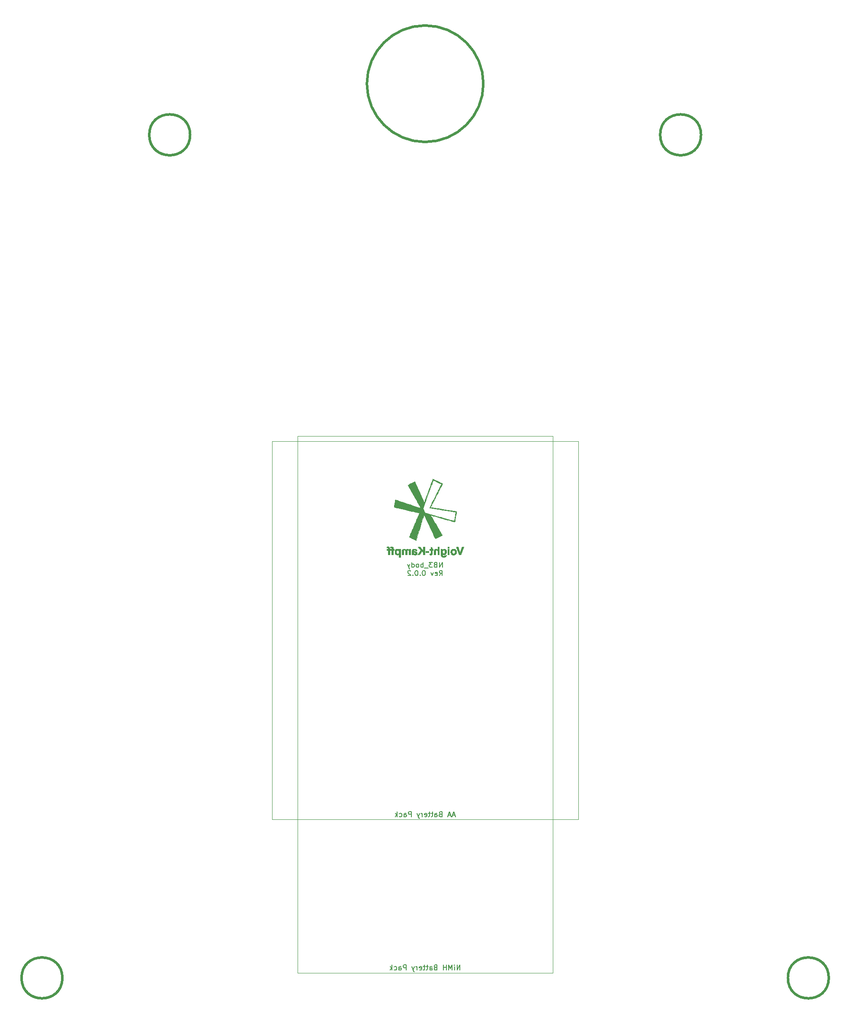
<source format=gbo>
G04 #@! TF.GenerationSoftware,KiCad,Pcbnew,(6.0.7)*
G04 #@! TF.CreationDate,2022-08-02T15:10:55+01:00*
G04 #@! TF.ProjectId,NB3_body,4e42335f-626f-4647-992e-6b696361645f,0.0.2*
G04 #@! TF.SameCoordinates,PX76bb820PYd4ab5c0*
G04 #@! TF.FileFunction,Legend,Bot*
G04 #@! TF.FilePolarity,Positive*
%FSLAX46Y46*%
G04 Gerber Fmt 4.6, Leading zero omitted, Abs format (unit mm)*
G04 Created by KiCad (PCBNEW (6.0.7)) date 2022-08-02 15:10:55*
%MOMM*%
%LPD*%
G01*
G04 APERTURE LIST*
%ADD10C,0.500000*%
%ADD11C,0.120000*%
%ADD12C,0.150000*%
%ADD13C,0.010000*%
G04 APERTURE END LIST*
D10*
X79000000Y10000000D02*
G75*
G03*
X79000000Y10000000I-4000000J0D01*
G01*
X-46000000Y175000000D02*
G75*
G03*
X-46000000Y175000000I-4000000J0D01*
G01*
X11400000Y185000000D02*
G75*
G03*
X11400000Y185000000I-11400000J0D01*
G01*
X-71000000Y10000000D02*
G75*
G03*
X-71000000Y10000000I-4000000J0D01*
G01*
D11*
X30000000Y115000000D02*
X-30000000Y115000000D01*
X-30000000Y115000000D02*
X-30000000Y41000000D01*
X-30000000Y41000000D02*
X30000000Y41000000D01*
X30000000Y41000000D02*
X30000000Y115000000D01*
D10*
X54000000Y175000000D02*
G75*
G03*
X54000000Y175000000I-4000000J0D01*
G01*
D11*
X25000000Y116000000D02*
X-25000000Y116000000D01*
X-25000000Y116000000D02*
X-25000000Y11000000D01*
X-25000000Y11000000D02*
X25000000Y11000000D01*
X25000000Y11000000D02*
X25000000Y116000000D01*
D12*
X5857142Y41833334D02*
X5380952Y41833334D01*
X5952380Y41547620D02*
X5619047Y42547620D01*
X5285714Y41547620D01*
X5000000Y41833334D02*
X4523809Y41833334D01*
X5095238Y41547620D02*
X4761904Y42547620D01*
X4428571Y41547620D01*
X3000000Y42071429D02*
X2857142Y42023810D01*
X2809523Y41976191D01*
X2761904Y41880953D01*
X2761904Y41738096D01*
X2809523Y41642858D01*
X2857142Y41595239D01*
X2952380Y41547620D01*
X3333333Y41547620D01*
X3333333Y42547620D01*
X3000000Y42547620D01*
X2904761Y42500000D01*
X2857142Y42452381D01*
X2809523Y42357143D01*
X2809523Y42261905D01*
X2857142Y42166667D01*
X2904761Y42119048D01*
X3000000Y42071429D01*
X3333333Y42071429D01*
X1904761Y41547620D02*
X1904761Y42071429D01*
X1952380Y42166667D01*
X2047619Y42214286D01*
X2238095Y42214286D01*
X2333333Y42166667D01*
X1904761Y41595239D02*
X2000000Y41547620D01*
X2238095Y41547620D01*
X2333333Y41595239D01*
X2380952Y41690477D01*
X2380952Y41785715D01*
X2333333Y41880953D01*
X2238095Y41928572D01*
X2000000Y41928572D01*
X1904761Y41976191D01*
X1571428Y42214286D02*
X1190476Y42214286D01*
X1428571Y42547620D02*
X1428571Y41690477D01*
X1380952Y41595239D01*
X1285714Y41547620D01*
X1190476Y41547620D01*
X1000000Y42214286D02*
X619047Y42214286D01*
X857142Y42547620D02*
X857142Y41690477D01*
X809523Y41595239D01*
X714285Y41547620D01*
X619047Y41547620D01*
X-95239Y41595239D02*
X0Y41547620D01*
X190476Y41547620D01*
X285714Y41595239D01*
X333333Y41690477D01*
X333333Y42071429D01*
X285714Y42166667D01*
X190476Y42214286D01*
X0Y42214286D01*
X-95239Y42166667D01*
X-142858Y42071429D01*
X-142858Y41976191D01*
X333333Y41880953D01*
X-571429Y41547620D02*
X-571429Y42214286D01*
X-571429Y42023810D02*
X-619048Y42119048D01*
X-666667Y42166667D01*
X-761905Y42214286D01*
X-857143Y42214286D01*
X-1095239Y42214286D02*
X-1333334Y41547620D01*
X-1571429Y42214286D02*
X-1333334Y41547620D01*
X-1238096Y41309524D01*
X-1190477Y41261905D01*
X-1095239Y41214286D01*
X-2714286Y41547620D02*
X-2714286Y42547620D01*
X-3095239Y42547620D01*
X-3190477Y42500000D01*
X-3238096Y42452381D01*
X-3285715Y42357143D01*
X-3285715Y42214286D01*
X-3238096Y42119048D01*
X-3190477Y42071429D01*
X-3095239Y42023810D01*
X-2714286Y42023810D01*
X-4142858Y41547620D02*
X-4142858Y42071429D01*
X-4095239Y42166667D01*
X-4000000Y42214286D01*
X-3809524Y42214286D01*
X-3714286Y42166667D01*
X-4142858Y41595239D02*
X-4047620Y41547620D01*
X-3809524Y41547620D01*
X-3714286Y41595239D01*
X-3666667Y41690477D01*
X-3666667Y41785715D01*
X-3714286Y41880953D01*
X-3809524Y41928572D01*
X-4047620Y41928572D01*
X-4142858Y41976191D01*
X-5047620Y41595239D02*
X-4952381Y41547620D01*
X-4761905Y41547620D01*
X-4666667Y41595239D01*
X-4619048Y41642858D01*
X-4571429Y41738096D01*
X-4571429Y42023810D01*
X-4619048Y42119048D01*
X-4666667Y42166667D01*
X-4761905Y42214286D01*
X-4952381Y42214286D01*
X-5047620Y42166667D01*
X-5476191Y41547620D02*
X-5476191Y42547620D01*
X-5571429Y41928572D02*
X-5857143Y41547620D01*
X-5857143Y42214286D02*
X-5476191Y41833334D01*
X3380952Y90352620D02*
X3380952Y91352620D01*
X2809523Y90352620D01*
X2809523Y91352620D01*
X2000000Y90876429D02*
X1857142Y90828810D01*
X1809523Y90781191D01*
X1761904Y90685953D01*
X1761904Y90543096D01*
X1809523Y90447858D01*
X1857142Y90400239D01*
X1952380Y90352620D01*
X2333333Y90352620D01*
X2333333Y91352620D01*
X2000000Y91352620D01*
X1904761Y91305000D01*
X1857142Y91257381D01*
X1809523Y91162143D01*
X1809523Y91066905D01*
X1857142Y90971667D01*
X1904761Y90924048D01*
X2000000Y90876429D01*
X2333333Y90876429D01*
X1428571Y91352620D02*
X809523Y91352620D01*
X1142857Y90971667D01*
X1000000Y90971667D01*
X904761Y90924048D01*
X857142Y90876429D01*
X809523Y90781191D01*
X809523Y90543096D01*
X857142Y90447858D01*
X904761Y90400239D01*
X1000000Y90352620D01*
X1285714Y90352620D01*
X1380952Y90400239D01*
X1428571Y90447858D01*
X619047Y90257381D02*
X-142858Y90257381D01*
X-380953Y90352620D02*
X-380953Y91352620D01*
X-380953Y90971667D02*
X-476191Y91019286D01*
X-666667Y91019286D01*
X-761905Y90971667D01*
X-809524Y90924048D01*
X-857143Y90828810D01*
X-857143Y90543096D01*
X-809524Y90447858D01*
X-761905Y90400239D01*
X-666667Y90352620D01*
X-476191Y90352620D01*
X-380953Y90400239D01*
X-1428572Y90352620D02*
X-1333334Y90400239D01*
X-1285715Y90447858D01*
X-1238096Y90543096D01*
X-1238096Y90828810D01*
X-1285715Y90924048D01*
X-1333334Y90971667D01*
X-1428572Y91019286D01*
X-1571429Y91019286D01*
X-1666667Y90971667D01*
X-1714286Y90924048D01*
X-1761905Y90828810D01*
X-1761905Y90543096D01*
X-1714286Y90447858D01*
X-1666667Y90400239D01*
X-1571429Y90352620D01*
X-1428572Y90352620D01*
X-2619048Y90352620D02*
X-2619048Y91352620D01*
X-2619048Y90400239D02*
X-2523810Y90352620D01*
X-2333334Y90352620D01*
X-2238096Y90400239D01*
X-2190477Y90447858D01*
X-2142858Y90543096D01*
X-2142858Y90828810D01*
X-2190477Y90924048D01*
X-2238096Y90971667D01*
X-2333334Y91019286D01*
X-2523810Y91019286D01*
X-2619048Y90971667D01*
X-3000000Y91019286D02*
X-3238096Y90352620D01*
X-3476191Y91019286D02*
X-3238096Y90352620D01*
X-3142858Y90114524D01*
X-3095239Y90066905D01*
X-3000000Y90019286D01*
X2785714Y88742620D02*
X3119047Y89218810D01*
X3357142Y88742620D02*
X3357142Y89742620D01*
X2976190Y89742620D01*
X2880952Y89695000D01*
X2833333Y89647381D01*
X2785714Y89552143D01*
X2785714Y89409286D01*
X2833333Y89314048D01*
X2880952Y89266429D01*
X2976190Y89218810D01*
X3357142Y89218810D01*
X1976190Y88790239D02*
X2071428Y88742620D01*
X2261904Y88742620D01*
X2357142Y88790239D01*
X2404761Y88885477D01*
X2404761Y89266429D01*
X2357142Y89361667D01*
X2261904Y89409286D01*
X2071428Y89409286D01*
X1976190Y89361667D01*
X1928571Y89266429D01*
X1928571Y89171191D01*
X2404761Y89075953D01*
X1595238Y89409286D02*
X1357142Y88742620D01*
X1119047Y89409286D01*
X-214286Y89742620D02*
X-309524Y89742620D01*
X-404762Y89695000D01*
X-452381Y89647381D01*
X-500000Y89552143D01*
X-547620Y89361667D01*
X-547620Y89123572D01*
X-500000Y88933096D01*
X-452381Y88837858D01*
X-404762Y88790239D01*
X-309524Y88742620D01*
X-214286Y88742620D01*
X-119048Y88790239D01*
X-71429Y88837858D01*
X-23810Y88933096D01*
X23809Y89123572D01*
X23809Y89361667D01*
X-23810Y89552143D01*
X-71429Y89647381D01*
X-119048Y89695000D01*
X-214286Y89742620D01*
X-976191Y88837858D02*
X-1023810Y88790239D01*
X-976191Y88742620D01*
X-928572Y88790239D01*
X-976191Y88837858D01*
X-976191Y88742620D01*
X-1642858Y89742620D02*
X-1738096Y89742620D01*
X-1833334Y89695000D01*
X-1880953Y89647381D01*
X-1928572Y89552143D01*
X-1976191Y89361667D01*
X-1976191Y89123572D01*
X-1928572Y88933096D01*
X-1880953Y88837858D01*
X-1833334Y88790239D01*
X-1738096Y88742620D01*
X-1642858Y88742620D01*
X-1547620Y88790239D01*
X-1500000Y88837858D01*
X-1452381Y88933096D01*
X-1404762Y89123572D01*
X-1404762Y89361667D01*
X-1452381Y89552143D01*
X-1500000Y89647381D01*
X-1547620Y89695000D01*
X-1642858Y89742620D01*
X-2404762Y88837858D02*
X-2452381Y88790239D01*
X-2404762Y88742620D01*
X-2357143Y88790239D01*
X-2404762Y88837858D01*
X-2404762Y88742620D01*
X-2833334Y89647381D02*
X-2880953Y89695000D01*
X-2976191Y89742620D01*
X-3214286Y89742620D01*
X-3309524Y89695000D01*
X-3357143Y89647381D01*
X-3404762Y89552143D01*
X-3404762Y89456905D01*
X-3357143Y89314048D01*
X-2785715Y88742620D01*
X-3404762Y88742620D01*
X6809523Y11547620D02*
X6809523Y12547620D01*
X6238095Y11547620D01*
X6238095Y12547620D01*
X5761904Y11547620D02*
X5761904Y12214286D01*
X5761904Y12547620D02*
X5809523Y12500000D01*
X5761904Y12452381D01*
X5714285Y12500000D01*
X5761904Y12547620D01*
X5761904Y12452381D01*
X5285714Y11547620D02*
X5285714Y12547620D01*
X4952380Y11833334D01*
X4619047Y12547620D01*
X4619047Y11547620D01*
X4142857Y11547620D02*
X4142857Y12547620D01*
X4142857Y12071429D02*
X3571428Y12071429D01*
X3571428Y11547620D02*
X3571428Y12547620D01*
X2000000Y12071429D02*
X1857142Y12023810D01*
X1809523Y11976191D01*
X1761904Y11880953D01*
X1761904Y11738096D01*
X1809523Y11642858D01*
X1857142Y11595239D01*
X1952380Y11547620D01*
X2333333Y11547620D01*
X2333333Y12547620D01*
X2000000Y12547620D01*
X1904761Y12500000D01*
X1857142Y12452381D01*
X1809523Y12357143D01*
X1809523Y12261905D01*
X1857142Y12166667D01*
X1904761Y12119048D01*
X2000000Y12071429D01*
X2333333Y12071429D01*
X904761Y11547620D02*
X904761Y12071429D01*
X952380Y12166667D01*
X1047619Y12214286D01*
X1238095Y12214286D01*
X1333333Y12166667D01*
X904761Y11595239D02*
X1000000Y11547620D01*
X1238095Y11547620D01*
X1333333Y11595239D01*
X1380952Y11690477D01*
X1380952Y11785715D01*
X1333333Y11880953D01*
X1238095Y11928572D01*
X1000000Y11928572D01*
X904761Y11976191D01*
X571428Y12214286D02*
X190476Y12214286D01*
X428571Y12547620D02*
X428571Y11690477D01*
X380952Y11595239D01*
X285714Y11547620D01*
X190476Y11547620D01*
X0Y12214286D02*
X-380953Y12214286D01*
X-142858Y12547620D02*
X-142858Y11690477D01*
X-190477Y11595239D01*
X-285715Y11547620D01*
X-380953Y11547620D01*
X-1095239Y11595239D02*
X-1000000Y11547620D01*
X-809524Y11547620D01*
X-714286Y11595239D01*
X-666667Y11690477D01*
X-666667Y12071429D01*
X-714286Y12166667D01*
X-809524Y12214286D01*
X-1000000Y12214286D01*
X-1095239Y12166667D01*
X-1142858Y12071429D01*
X-1142858Y11976191D01*
X-666667Y11880953D01*
X-1571429Y11547620D02*
X-1571429Y12214286D01*
X-1571429Y12023810D02*
X-1619048Y12119048D01*
X-1666667Y12166667D01*
X-1761905Y12214286D01*
X-1857143Y12214286D01*
X-2095239Y12214286D02*
X-2333334Y11547620D01*
X-2571429Y12214286D02*
X-2333334Y11547620D01*
X-2238096Y11309524D01*
X-2190477Y11261905D01*
X-2095239Y11214286D01*
X-3714286Y11547620D02*
X-3714286Y12547620D01*
X-4095239Y12547620D01*
X-4190477Y12500000D01*
X-4238096Y12452381D01*
X-4285715Y12357143D01*
X-4285715Y12214286D01*
X-4238096Y12119048D01*
X-4190477Y12071429D01*
X-4095239Y12023810D01*
X-3714286Y12023810D01*
X-5142858Y11547620D02*
X-5142858Y12071429D01*
X-5095239Y12166667D01*
X-5000000Y12214286D01*
X-4809524Y12214286D01*
X-4714286Y12166667D01*
X-5142858Y11595239D02*
X-5047620Y11547620D01*
X-4809524Y11547620D01*
X-4714286Y11595239D01*
X-4666667Y11690477D01*
X-4666667Y11785715D01*
X-4714286Y11880953D01*
X-4809524Y11928572D01*
X-5047620Y11928572D01*
X-5142858Y11976191D01*
X-6047620Y11595239D02*
X-5952381Y11547620D01*
X-5761905Y11547620D01*
X-5666667Y11595239D01*
X-5619048Y11642858D01*
X-5571429Y11738096D01*
X-5571429Y12023810D01*
X-5619048Y12119048D01*
X-5666667Y12166667D01*
X-5761905Y12214286D01*
X-5952381Y12214286D01*
X-6047620Y12166667D01*
X-6476191Y11547620D02*
X-6476191Y12547620D01*
X-6571429Y11928572D02*
X-6857143Y11547620D01*
X-6857143Y12214286D02*
X-6476191Y11833334D01*
G36*
X4712891Y92806641D02*
G01*
X4415235Y92806641D01*
X4415235Y93947656D01*
X4712891Y93947656D01*
X4712891Y92806641D01*
G37*
D13*
X4712891Y92806641D02*
X4415235Y92806641D01*
X4415235Y93947656D01*
X4712891Y93947656D01*
X4712891Y92806641D01*
G36*
X7383285Y94394132D02*
G01*
X7469338Y94392574D01*
X7516086Y94386542D01*
X7532857Y94373454D01*
X7528980Y94350732D01*
X7526973Y94345430D01*
X7510061Y94299247D01*
X7479314Y94214402D01*
X7436973Y94097115D01*
X7385282Y93953604D01*
X7326485Y93790091D01*
X7262824Y93612793D01*
X7244593Y93561993D01*
X7181739Y93386973D01*
X7124162Y93226842D01*
X7074156Y93087962D01*
X7034013Y92976695D01*
X7006024Y92899404D01*
X6992483Y92862451D01*
X6991908Y92860946D01*
X6975530Y92831792D01*
X6946530Y92815421D01*
X6892592Y92808236D01*
X6801400Y92806641D01*
X6631455Y92806641D01*
X6354243Y93581787D01*
X6308834Y93709028D01*
X6246159Y93885598D01*
X6190497Y94043527D01*
X6143803Y94177207D01*
X6108034Y94281030D01*
X6085145Y94349387D01*
X6077090Y94376670D01*
X6077095Y94376823D01*
X6100352Y94385671D01*
X6160139Y94390071D01*
X6243682Y94389073D01*
X6410215Y94381738D01*
X6601240Y93798828D01*
X6644264Y93669581D01*
X6693574Y93526783D01*
X6736648Y93407896D01*
X6771290Y93318763D01*
X6795302Y93265225D01*
X6806486Y93253125D01*
X6817716Y93284773D01*
X6842445Y93356259D01*
X6877637Y93458812D01*
X6920486Y93584256D01*
X6968188Y93724414D01*
X7010487Y93848781D01*
X7058758Y93990397D01*
X7101569Y94115666D01*
X7135429Y94214377D01*
X7156846Y94276318D01*
X7198023Y94394141D01*
X7371978Y94394141D01*
X7383285Y94394132D01*
G37*
X7383285Y94394132D02*
X7469338Y94392574D01*
X7516086Y94386542D01*
X7532857Y94373454D01*
X7528980Y94350732D01*
X7526973Y94345430D01*
X7510061Y94299247D01*
X7479314Y94214402D01*
X7436973Y94097115D01*
X7385282Y93953604D01*
X7326485Y93790091D01*
X7262824Y93612793D01*
X7244593Y93561993D01*
X7181739Y93386973D01*
X7124162Y93226842D01*
X7074156Y93087962D01*
X7034013Y92976695D01*
X7006024Y92899404D01*
X6992483Y92862451D01*
X6991908Y92860946D01*
X6975530Y92831792D01*
X6946530Y92815421D01*
X6892592Y92808236D01*
X6801400Y92806641D01*
X6631455Y92806641D01*
X6354243Y93581787D01*
X6308834Y93709028D01*
X6246159Y93885598D01*
X6190497Y94043527D01*
X6143803Y94177207D01*
X6108034Y94281030D01*
X6085145Y94349387D01*
X6077090Y94376670D01*
X6077095Y94376823D01*
X6100352Y94385671D01*
X6160139Y94390071D01*
X6243682Y94389073D01*
X6410215Y94381738D01*
X6601240Y93798828D01*
X6644264Y93669581D01*
X6693574Y93526783D01*
X6736648Y93407896D01*
X6771290Y93318763D01*
X6795302Y93265225D01*
X6806486Y93253125D01*
X6817716Y93284773D01*
X6842445Y93356259D01*
X6877637Y93458812D01*
X6920486Y93584256D01*
X6968188Y93724414D01*
X7010487Y93848781D01*
X7058758Y93990397D01*
X7101569Y94115666D01*
X7135429Y94214377D01*
X7156846Y94276318D01*
X7198023Y94394141D01*
X7371978Y94394141D01*
X7383285Y94394132D01*
G36*
X-5134570Y92360156D02*
G01*
X-5134570Y92645410D01*
X-5136140Y92751512D01*
X-5140786Y92844514D01*
X-5147768Y92907495D01*
X-5156337Y92930664D01*
X-5174193Y92923897D01*
X-5210341Y92891821D01*
X-5254508Y92850358D01*
X-5355241Y92801889D01*
X-5473526Y92785479D01*
X-5596909Y92800495D01*
X-5712930Y92846303D01*
X-5809134Y92922269D01*
X-5810806Y92924131D01*
X-5886840Y93043258D01*
X-5935277Y93194622D01*
X-5952580Y93367246D01*
X-5952553Y93380809D01*
X-5949362Y93414641D01*
X-5649171Y93414641D01*
X-5645651Y93286649D01*
X-5614158Y93169364D01*
X-5554639Y93077882D01*
X-5500519Y93043703D01*
X-5412666Y93028260D01*
X-5321616Y93043608D01*
X-5246787Y93089043D01*
X-5186677Y93176907D01*
X-5150367Y93296022D01*
X-5144261Y93425045D01*
X-5168967Y93548243D01*
X-5225093Y93649882D01*
X-5291099Y93702429D01*
X-5382206Y93728159D01*
X-5474662Y93716408D01*
X-5552518Y93666374D01*
X-5572514Y93642365D01*
X-5624774Y93538245D01*
X-5649171Y93414641D01*
X-5949362Y93414641D01*
X-5934872Y93568295D01*
X-5884133Y93719927D01*
X-5799421Y93837569D01*
X-5679824Y93923081D01*
X-5633705Y93943001D01*
X-5504662Y93968087D01*
X-5374612Y93955825D01*
X-5257076Y93908684D01*
X-5165576Y93829135D01*
X-5148362Y93810475D01*
X-5137159Y93818016D01*
X-5134570Y93868501D01*
X-5134570Y93947656D01*
X-4836914Y93947656D01*
X-4836914Y92360156D01*
X-5134570Y92360156D01*
G37*
X-5134570Y92360156D02*
X-5134570Y92645410D01*
X-5136140Y92751512D01*
X-5140786Y92844514D01*
X-5147768Y92907495D01*
X-5156337Y92930664D01*
X-5174193Y92923897D01*
X-5210341Y92891821D01*
X-5254508Y92850358D01*
X-5355241Y92801889D01*
X-5473526Y92785479D01*
X-5596909Y92800495D01*
X-5712930Y92846303D01*
X-5809134Y92922269D01*
X-5810806Y92924131D01*
X-5886840Y93043258D01*
X-5935277Y93194622D01*
X-5952580Y93367246D01*
X-5952553Y93380809D01*
X-5949362Y93414641D01*
X-5649171Y93414641D01*
X-5645651Y93286649D01*
X-5614158Y93169364D01*
X-5554639Y93077882D01*
X-5500519Y93043703D01*
X-5412666Y93028260D01*
X-5321616Y93043608D01*
X-5246787Y93089043D01*
X-5186677Y93176907D01*
X-5150367Y93296022D01*
X-5144261Y93425045D01*
X-5168967Y93548243D01*
X-5225093Y93649882D01*
X-5291099Y93702429D01*
X-5382206Y93728159D01*
X-5474662Y93716408D01*
X-5552518Y93666374D01*
X-5572514Y93642365D01*
X-5624774Y93538245D01*
X-5649171Y93414641D01*
X-5949362Y93414641D01*
X-5934872Y93568295D01*
X-5884133Y93719927D01*
X-5799421Y93837569D01*
X-5679824Y93923081D01*
X-5633705Y93943001D01*
X-5504662Y93968087D01*
X-5374612Y93955825D01*
X-5257076Y93908684D01*
X-5165576Y93829135D01*
X-5148362Y93810475D01*
X-5137159Y93818016D01*
X-5134570Y93868501D01*
X-5134570Y93947656D01*
X-4836914Y93947656D01*
X-4836914Y92360156D01*
X-5134570Y92360156D01*
G36*
X2753321Y92806641D02*
G01*
X2460023Y92806641D01*
X2451643Y93202998D01*
X2448652Y93337030D01*
X2445026Y93448413D01*
X2439791Y93526069D01*
X2431562Y93578402D01*
X2418953Y93613819D01*
X2400577Y93640724D01*
X2375049Y93667522D01*
X2365800Y93676494D01*
X2295511Y93722762D01*
X2208294Y93735689D01*
X2190482Y93735259D01*
X2123340Y93725942D01*
X2082342Y93708280D01*
X2062914Y93680264D01*
X2039240Y93608174D01*
X2022809Y93497832D01*
X2013144Y93345566D01*
X2009772Y93147705D01*
X2009180Y92806641D01*
X1707584Y92806641D01*
X1715755Y93259326D01*
X1719000Y93408825D01*
X1723704Y93540283D01*
X1730184Y93636629D01*
X1739198Y93705603D01*
X1751501Y93754944D01*
X1767851Y93792393D01*
X1784585Y93819797D01*
X1870400Y93906105D01*
X1981065Y93957347D01*
X2106999Y93972029D01*
X2238622Y93948657D01*
X2366353Y93885736D01*
X2455664Y93825128D01*
X2455664Y94394141D01*
X2753321Y94394141D01*
X2753321Y92806641D01*
G37*
X2753321Y92806641D02*
X2460023Y92806641D01*
X2451643Y93202998D01*
X2448652Y93337030D01*
X2445026Y93448413D01*
X2439791Y93526069D01*
X2431562Y93578402D01*
X2418953Y93613819D01*
X2400577Y93640724D01*
X2375049Y93667522D01*
X2365800Y93676494D01*
X2295511Y93722762D01*
X2208294Y93735689D01*
X2190482Y93735259D01*
X2123340Y93725942D01*
X2082342Y93708280D01*
X2062914Y93680264D01*
X2039240Y93608174D01*
X2022809Y93497832D01*
X2013144Y93345566D01*
X2009772Y93147705D01*
X2009180Y92806641D01*
X1707584Y92806641D01*
X1715755Y93259326D01*
X1719000Y93408825D01*
X1723704Y93540283D01*
X1730184Y93636629D01*
X1739198Y93705603D01*
X1751501Y93754944D01*
X1767851Y93792393D01*
X1784585Y93819797D01*
X1870400Y93906105D01*
X1981065Y93957347D01*
X2106999Y93972029D01*
X2238622Y93948657D01*
X2366353Y93885736D01*
X2455664Y93825128D01*
X2455664Y94394141D01*
X2753321Y94394141D01*
X2753321Y92806641D01*
G36*
X694532Y93228320D02*
G01*
X99219Y93228320D01*
X99219Y93525977D01*
X694532Y93525977D01*
X694532Y93228320D01*
G37*
X694532Y93228320D02*
X99219Y93228320D01*
X99219Y93525977D01*
X694532Y93525977D01*
X694532Y93228320D01*
G36*
X-3362709Y93942768D02*
G01*
X-3247640Y93887415D01*
X-3150195Y93822929D01*
X-3150195Y93885293D01*
X-3150191Y93887765D01*
X-3146602Y93921291D01*
X-3128370Y93939194D01*
X-3083842Y93946354D01*
X-3001367Y93947656D01*
X-2852539Y93947656D01*
X-2852539Y92806641D01*
X-3171661Y92806641D01*
X-3179531Y93215295D01*
X-3180486Y93263241D01*
X-3184037Y93403791D01*
X-3188613Y93504903D01*
X-3195211Y93574508D01*
X-3204827Y93620535D01*
X-3218457Y93650916D01*
X-3237097Y93673579D01*
X-3263163Y93696213D01*
X-3344757Y93735717D01*
X-3426925Y93738258D01*
X-3494877Y93702193D01*
X-3508051Y93687931D01*
X-3523577Y93663363D01*
X-3534341Y93628451D01*
X-3541207Y93575344D01*
X-3545041Y93496189D01*
X-3546707Y93383132D01*
X-3547070Y93228320D01*
X-3547070Y92806641D01*
X-3866192Y92806641D01*
X-3874063Y93215295D01*
X-3875017Y93263241D01*
X-3878568Y93403791D01*
X-3883144Y93504903D01*
X-3889743Y93574508D01*
X-3899359Y93620535D01*
X-3912989Y93650916D01*
X-3931629Y93673579D01*
X-3957694Y93696213D01*
X-4039288Y93735717D01*
X-4121456Y93738258D01*
X-4189408Y93702193D01*
X-4202582Y93687931D01*
X-4218109Y93663363D01*
X-4228872Y93628451D01*
X-4235739Y93575344D01*
X-4239572Y93496189D01*
X-4241238Y93383132D01*
X-4241601Y93228320D01*
X-4241601Y92806641D01*
X-4539257Y92806641D01*
X-4539165Y93271729D01*
X-4538941Y93394675D01*
X-4537614Y93529348D01*
X-4534452Y93627932D01*
X-4528733Y93698304D01*
X-4519735Y93748342D01*
X-4506735Y93785923D01*
X-4489012Y93818924D01*
X-4429006Y93887513D01*
X-4329402Y93943911D01*
X-4212727Y93969277D01*
X-4091423Y93962924D01*
X-3977931Y93924164D01*
X-3884696Y93852310D01*
X-3837850Y93799726D01*
X-3754017Y93873333D01*
X-3733907Y93890008D01*
X-3665356Y93936444D01*
X-3607129Y93962765D01*
X-3602827Y93963804D01*
X-3488107Y93969699D01*
X-3362709Y93942768D01*
G37*
X-3362709Y93942768D02*
X-3247640Y93887415D01*
X-3150195Y93822929D01*
X-3150195Y93885293D01*
X-3150191Y93887765D01*
X-3146602Y93921291D01*
X-3128370Y93939194D01*
X-3083842Y93946354D01*
X-3001367Y93947656D01*
X-2852539Y93947656D01*
X-2852539Y92806641D01*
X-3171661Y92806641D01*
X-3179531Y93215295D01*
X-3180486Y93263241D01*
X-3184037Y93403791D01*
X-3188613Y93504903D01*
X-3195211Y93574508D01*
X-3204827Y93620535D01*
X-3218457Y93650916D01*
X-3237097Y93673579D01*
X-3263163Y93696213D01*
X-3344757Y93735717D01*
X-3426925Y93738258D01*
X-3494877Y93702193D01*
X-3508051Y93687931D01*
X-3523577Y93663363D01*
X-3534341Y93628451D01*
X-3541207Y93575344D01*
X-3545041Y93496189D01*
X-3546707Y93383132D01*
X-3547070Y93228320D01*
X-3547070Y92806641D01*
X-3866192Y92806641D01*
X-3874063Y93215295D01*
X-3875017Y93263241D01*
X-3878568Y93403791D01*
X-3883144Y93504903D01*
X-3889743Y93574508D01*
X-3899359Y93620535D01*
X-3912989Y93650916D01*
X-3931629Y93673579D01*
X-3957694Y93696213D01*
X-4039288Y93735717D01*
X-4121456Y93738258D01*
X-4189408Y93702193D01*
X-4202582Y93687931D01*
X-4218109Y93663363D01*
X-4228872Y93628451D01*
X-4235739Y93575344D01*
X-4239572Y93496189D01*
X-4241238Y93383132D01*
X-4241601Y93228320D01*
X-4241601Y92806641D01*
X-4539257Y92806641D01*
X-4539165Y93271729D01*
X-4538941Y93394675D01*
X-4537614Y93529348D01*
X-4534452Y93627932D01*
X-4528733Y93698304D01*
X-4519735Y93748342D01*
X-4506735Y93785923D01*
X-4489012Y93818924D01*
X-4429006Y93887513D01*
X-4329402Y93943911D01*
X-4212727Y93969277D01*
X-4091423Y93962924D01*
X-3977931Y93924164D01*
X-3884696Y93852310D01*
X-3837850Y93799726D01*
X-3754017Y93873333D01*
X-3733907Y93890008D01*
X-3665356Y93936444D01*
X-3607129Y93962765D01*
X-3602827Y93963804D01*
X-3488107Y93969699D01*
X-3362709Y93942768D01*
G36*
X4712891Y94096484D02*
G01*
X4415235Y94096484D01*
X4415235Y94394141D01*
X4712891Y94394141D01*
X4712891Y94096484D01*
G37*
X4712891Y94096484D02*
X4415235Y94096484D01*
X4415235Y94394141D01*
X4712891Y94394141D01*
X4712891Y94096484D01*
G36*
X1240235Y94266071D02*
G01*
X1389063Y94184252D01*
X1389063Y94065954D01*
X1389696Y94013369D01*
X1396817Y93968133D01*
X1418665Y93950593D01*
X1463477Y93947656D01*
X1500224Y93946264D01*
X1526269Y93933663D01*
X1536265Y93897052D01*
X1537891Y93823633D01*
X1537055Y93762387D01*
X1529495Y93718979D01*
X1507528Y93702319D01*
X1463477Y93699609D01*
X1389063Y93699609D01*
X1388184Y93333740D01*
X1387964Y93283685D01*
X1385083Y93132612D01*
X1377496Y93021172D01*
X1363315Y92941602D01*
X1340650Y92886135D01*
X1307611Y92847006D01*
X1262309Y92816451D01*
X1207629Y92797664D01*
X1114356Y92785006D01*
X1012147Y92784650D01*
X922747Y92797791D01*
X911508Y92801091D01*
X882359Y92818955D01*
X871463Y92856191D01*
X873138Y92927677D01*
X876503Y92972242D01*
X886058Y93019245D01*
X907872Y93035986D01*
X950906Y93034812D01*
X954272Y93034463D01*
X1007456Y93033451D01*
X1044898Y93047526D01*
X1069307Y93083582D01*
X1083390Y93148515D01*
X1089854Y93249218D01*
X1091407Y93392588D01*
X1091407Y93699609D01*
X892969Y93699609D01*
X892969Y93947656D01*
X1091407Y93947656D01*
X1091407Y94347889D01*
X1240235Y94266071D01*
G37*
X1240235Y94266071D02*
X1389063Y94184252D01*
X1389063Y94065954D01*
X1389696Y94013369D01*
X1396817Y93968133D01*
X1418665Y93950593D01*
X1463477Y93947656D01*
X1500224Y93946264D01*
X1526269Y93933663D01*
X1536265Y93897052D01*
X1537891Y93823633D01*
X1537055Y93762387D01*
X1529495Y93718979D01*
X1507528Y93702319D01*
X1463477Y93699609D01*
X1389063Y93699609D01*
X1388184Y93333740D01*
X1387964Y93283685D01*
X1385083Y93132612D01*
X1377496Y93021172D01*
X1363315Y92941602D01*
X1340650Y92886135D01*
X1307611Y92847006D01*
X1262309Y92816451D01*
X1207629Y92797664D01*
X1114356Y92785006D01*
X1012147Y92784650D01*
X922747Y92797791D01*
X911508Y92801091D01*
X882359Y92818955D01*
X871463Y92856191D01*
X873138Y92927677D01*
X876503Y92972242D01*
X886058Y93019245D01*
X907872Y93035986D01*
X950906Y93034812D01*
X954272Y93034463D01*
X1007456Y93033451D01*
X1044898Y93047526D01*
X1069307Y93083582D01*
X1083390Y93148515D01*
X1089854Y93249218D01*
X1091407Y93392588D01*
X1091407Y93699609D01*
X892969Y93699609D01*
X892969Y93947656D01*
X1091407Y93947656D01*
X1091407Y94347889D01*
X1240235Y94266071D01*
G36*
X-74414Y92806641D02*
G01*
X-396875Y92806641D01*
X-396875Y93292197D01*
X-521819Y93415262D01*
X-574115Y93465308D01*
X-622630Y93504722D01*
X-652209Y93515116D01*
X-670934Y93501146D01*
X-678193Y93489463D01*
X-709150Y93437868D01*
X-757621Y93356049D01*
X-818593Y93252484D01*
X-887054Y93135650D01*
X-1079004Y92807334D01*
X-1285106Y92806987D01*
X-1365678Y92807756D01*
X-1437117Y92812319D01*
X-1470502Y92821922D01*
X-1472434Y92837646D01*
X-1470781Y92840316D01*
X-1447246Y92877039D01*
X-1401831Y92947189D01*
X-1338944Y93043980D01*
X-1262996Y93160624D01*
X-1178393Y93290332D01*
X-1161304Y93316514D01*
X-1078198Y93443945D01*
X-1004711Y93556791D01*
X-945224Y93648316D01*
X-904115Y93711783D01*
X-885763Y93740457D01*
X-886477Y93749774D01*
X-912418Y93792455D01*
X-968179Y93862645D01*
X-1049854Y93955587D01*
X-1153536Y94066522D01*
X-1223150Y94139640D01*
X-1308913Y94231141D01*
X-1377211Y94305714D01*
X-1422359Y94357125D01*
X-1438672Y94379141D01*
X-1436812Y94381197D01*
X-1402320Y94387791D01*
X-1333259Y94392404D01*
X-1241403Y94394141D01*
X-1044134Y94394141D01*
X-726705Y94048962D01*
X-409277Y93703783D01*
X-396875Y94042761D01*
X-384472Y94381738D01*
X-74414Y94396508D01*
X-74414Y92806641D01*
G37*
X-74414Y92806641D02*
X-396875Y92806641D01*
X-396875Y93292197D01*
X-521819Y93415262D01*
X-574115Y93465308D01*
X-622630Y93504722D01*
X-652209Y93515116D01*
X-670934Y93501146D01*
X-678193Y93489463D01*
X-709150Y93437868D01*
X-757621Y93356049D01*
X-818593Y93252484D01*
X-887054Y93135650D01*
X-1079004Y92807334D01*
X-1285106Y92806987D01*
X-1365678Y92807756D01*
X-1437117Y92812319D01*
X-1470502Y92821922D01*
X-1472434Y92837646D01*
X-1470781Y92840316D01*
X-1447246Y92877039D01*
X-1401831Y92947189D01*
X-1338944Y93043980D01*
X-1262996Y93160624D01*
X-1178393Y93290332D01*
X-1161304Y93316514D01*
X-1078198Y93443945D01*
X-1004711Y93556791D01*
X-945224Y93648316D01*
X-904115Y93711783D01*
X-885763Y93740457D01*
X-886477Y93749774D01*
X-912418Y93792455D01*
X-968179Y93862645D01*
X-1049854Y93955587D01*
X-1153536Y94066522D01*
X-1223150Y94139640D01*
X-1308913Y94231141D01*
X-1377211Y94305714D01*
X-1422359Y94357125D01*
X-1438672Y94379141D01*
X-1436812Y94381197D01*
X-1402320Y94387791D01*
X-1333259Y94392404D01*
X-1241403Y94394141D01*
X-1044134Y94394141D01*
X-726705Y94048962D01*
X-409277Y93703783D01*
X-396875Y94042761D01*
X-384472Y94381738D01*
X-74414Y94396508D01*
X-74414Y92806641D01*
G36*
X4160856Y93275192D02*
G01*
X4142705Y93167458D01*
X4104543Y93074167D01*
X4033108Y92967991D01*
X3945411Y92881918D01*
X3853789Y92830343D01*
X3848182Y92828535D01*
X3707272Y92808976D01*
X3568318Y92835869D01*
X3442584Y92907111D01*
X3341294Y92988509D01*
X3359240Y92829362D01*
X3369264Y92756382D01*
X3393489Y92667871D01*
X3434079Y92615240D01*
X3499321Y92589933D01*
X3597499Y92583398D01*
X3615315Y92583483D01*
X3695438Y92588395D01*
X3743309Y92603889D01*
X3773489Y92634167D01*
X3803005Y92662494D01*
X3865819Y92688078D01*
X3967822Y92707442D01*
X4047516Y92717009D01*
X4110854Y92721337D01*
X4139228Y92718845D01*
X4144068Y92697855D01*
X4132463Y92643847D01*
X4105461Y92575590D01*
X4069719Y92509111D01*
X4031893Y92460437D01*
X4010737Y92443487D01*
X3936479Y92401397D01*
X3851642Y92369109D01*
X3791326Y92355848D01*
X3658470Y92343576D01*
X3517557Y92347442D01*
X3387219Y92366444D01*
X3286089Y92399578D01*
X3231578Y92430091D01*
X3178755Y92472001D01*
X3137144Y92525466D01*
X3105461Y92595914D01*
X3082420Y92688775D01*
X3066736Y92809478D01*
X3057124Y92963454D01*
X3052300Y93156130D01*
X3050977Y93392936D01*
X3050977Y93399922D01*
X3355521Y93399922D01*
X3365192Y93285213D01*
X3401039Y93182961D01*
X3464197Y93105627D01*
X3484382Y93091231D01*
X3576966Y93056610D01*
X3669809Y93064546D01*
X3753552Y93110450D01*
X3818835Y93189736D01*
X3856298Y93297815D01*
X3859037Y93315538D01*
X3862293Y93450806D01*
X3835289Y93567294D01*
X3782822Y93658917D01*
X3709689Y93719588D01*
X3620688Y93743221D01*
X3520615Y93723730D01*
X3472182Y93694175D01*
X3410153Y93616864D01*
X3370887Y93514626D01*
X3355521Y93399922D01*
X3050977Y93399922D01*
X3050977Y93947656D01*
X3203533Y93947656D01*
X3284477Y93946192D01*
X3327880Y93938688D01*
X3345385Y93920352D01*
X3348633Y93886392D01*
X3348633Y93825128D01*
X3439837Y93887021D01*
X3452843Y93895719D01*
X3550824Y93948842D01*
X3645482Y93970255D01*
X3761239Y93965956D01*
X3784823Y93962376D01*
X3905198Y93917475D01*
X4015847Y93835157D01*
X4102878Y93725211D01*
X4133240Y93646507D01*
X4154888Y93532013D01*
X4160917Y93450806D01*
X4164505Y93402476D01*
X4160856Y93275192D01*
G37*
X4160856Y93275192D02*
X4142705Y93167458D01*
X4104543Y93074167D01*
X4033108Y92967991D01*
X3945411Y92881918D01*
X3853789Y92830343D01*
X3848182Y92828535D01*
X3707272Y92808976D01*
X3568318Y92835869D01*
X3442584Y92907111D01*
X3341294Y92988509D01*
X3359240Y92829362D01*
X3369264Y92756382D01*
X3393489Y92667871D01*
X3434079Y92615240D01*
X3499321Y92589933D01*
X3597499Y92583398D01*
X3615315Y92583483D01*
X3695438Y92588395D01*
X3743309Y92603889D01*
X3773489Y92634167D01*
X3803005Y92662494D01*
X3865819Y92688078D01*
X3967822Y92707442D01*
X4047516Y92717009D01*
X4110854Y92721337D01*
X4139228Y92718845D01*
X4144068Y92697855D01*
X4132463Y92643847D01*
X4105461Y92575590D01*
X4069719Y92509111D01*
X4031893Y92460437D01*
X4010737Y92443487D01*
X3936479Y92401397D01*
X3851642Y92369109D01*
X3791326Y92355848D01*
X3658470Y92343576D01*
X3517557Y92347442D01*
X3387219Y92366444D01*
X3286089Y92399578D01*
X3231578Y92430091D01*
X3178755Y92472001D01*
X3137144Y92525466D01*
X3105461Y92595914D01*
X3082420Y92688775D01*
X3066736Y92809478D01*
X3057124Y92963454D01*
X3052300Y93156130D01*
X3050977Y93392936D01*
X3050977Y93399922D01*
X3355521Y93399922D01*
X3365192Y93285213D01*
X3401039Y93182961D01*
X3464197Y93105627D01*
X3484382Y93091231D01*
X3576966Y93056610D01*
X3669809Y93064546D01*
X3753552Y93110450D01*
X3818835Y93189736D01*
X3856298Y93297815D01*
X3859037Y93315538D01*
X3862293Y93450806D01*
X3835289Y93567294D01*
X3782822Y93658917D01*
X3709689Y93719588D01*
X3620688Y93743221D01*
X3520615Y93723730D01*
X3472182Y93694175D01*
X3410153Y93616864D01*
X3370887Y93514626D01*
X3355521Y93399922D01*
X3050977Y93399922D01*
X3050977Y93947656D01*
X3203533Y93947656D01*
X3284477Y93946192D01*
X3327880Y93938688D01*
X3345385Y93920352D01*
X3348633Y93886392D01*
X3348633Y93825128D01*
X3439837Y93887021D01*
X3452843Y93895719D01*
X3550824Y93948842D01*
X3645482Y93970255D01*
X3761239Y93965956D01*
X3784823Y93962376D01*
X3905198Y93917475D01*
X4015847Y93835157D01*
X4102878Y93725211D01*
X4133240Y93646507D01*
X4154888Y93532013D01*
X4160917Y93450806D01*
X4164505Y93402476D01*
X4160856Y93275192D01*
G36*
X-6498689Y94403421D02*
G01*
X-6416416Y94373840D01*
X-6389887Y94361668D01*
X-6323290Y94321962D01*
X-6281327Y94272309D01*
X-6255679Y94199490D01*
X-6238030Y94090283D01*
X-6226676Y94011145D01*
X-6212828Y93967996D01*
X-6189304Y93950772D01*
X-6148704Y93947656D01*
X-6114612Y93946290D01*
X-6088881Y93933696D01*
X-6078852Y93897072D01*
X-6077148Y93823633D01*
X-6077984Y93762387D01*
X-6085544Y93718979D01*
X-6107511Y93702319D01*
X-6151562Y93699609D01*
X-6225976Y93699609D01*
X-6225976Y92806641D01*
X-6548437Y92806641D01*
X-6548437Y93696757D01*
X-6653857Y93704384D01*
X-6759277Y93712012D01*
X-6774397Y93947656D01*
X-6545585Y93947656D01*
X-6560839Y94158496D01*
X-6683975Y94170898D01*
X-6737510Y94177111D01*
X-6786622Y94190482D01*
X-6810742Y94217834D01*
X-6824612Y94269504D01*
X-6826516Y94279313D01*
X-6834168Y94339116D01*
X-6831746Y94372484D01*
X-6811998Y94381654D01*
X-6754637Y94394586D01*
X-6674788Y94406273D01*
X-6578564Y94412879D01*
X-6498689Y94403421D01*
G37*
X-6498689Y94403421D02*
X-6416416Y94373840D01*
X-6389887Y94361668D01*
X-6323290Y94321962D01*
X-6281327Y94272309D01*
X-6255679Y94199490D01*
X-6238030Y94090283D01*
X-6226676Y94011145D01*
X-6212828Y93967996D01*
X-6189304Y93950772D01*
X-6148704Y93947656D01*
X-6114612Y93946290D01*
X-6088881Y93933696D01*
X-6078852Y93897072D01*
X-6077148Y93823633D01*
X-6077984Y93762387D01*
X-6085544Y93718979D01*
X-6107511Y93702319D01*
X-6151562Y93699609D01*
X-6225976Y93699609D01*
X-6225976Y92806641D01*
X-6548437Y92806641D01*
X-6548437Y93696757D01*
X-6653857Y93704384D01*
X-6759277Y93712012D01*
X-6774397Y93947656D01*
X-6545585Y93947656D01*
X-6560839Y94158496D01*
X-6683975Y94170898D01*
X-6737510Y94177111D01*
X-6786622Y94190482D01*
X-6810742Y94217834D01*
X-6824612Y94269504D01*
X-6826516Y94279313D01*
X-6834168Y94339116D01*
X-6831746Y94372484D01*
X-6811998Y94381654D01*
X-6754637Y94394586D01*
X-6674788Y94406273D01*
X-6578564Y94412879D01*
X-6498689Y94403421D01*
G36*
X6116647Y93242374D02*
G01*
X6104594Y93160914D01*
X6082537Y93097436D01*
X6046190Y93034839D01*
X5976559Y92945919D01*
X5884188Y92872911D01*
X5760664Y92817131D01*
X5755278Y92815236D01*
X5587623Y92781541D01*
X5422786Y92794751D01*
X5268846Y92853090D01*
X5133884Y92954782D01*
X5053047Y93054019D01*
X4983265Y93201286D01*
X4956817Y93358119D01*
X4964123Y93426663D01*
X5275213Y93426663D01*
X5278349Y93303792D01*
X5313506Y93189642D01*
X5380684Y93098799D01*
X5415872Y93071495D01*
X5511055Y93032296D01*
X5605659Y93035328D01*
X5692226Y93075960D01*
X5763295Y93149561D01*
X5811407Y93251501D01*
X5829102Y93377148D01*
X5826359Y93427943D01*
X5796022Y93544792D01*
X5738123Y93636270D01*
X5660151Y93697728D01*
X5569594Y93724518D01*
X5473942Y93711991D01*
X5380684Y93655498D01*
X5365001Y93640228D01*
X5304097Y93543670D01*
X5275213Y93426663D01*
X4964123Y93426663D01*
X4973671Y93516246D01*
X5033797Y93667393D01*
X5137161Y93803286D01*
X5200564Y93860537D01*
X5319215Y93932037D01*
X5453072Y93965463D01*
X5614369Y93964960D01*
X5692392Y93953756D01*
X5844830Y93900292D01*
X5967308Y93807349D01*
X6060201Y93674684D01*
X6068262Y93658809D01*
X6100873Y93586540D01*
X6118412Y93521604D01*
X6124364Y93445092D01*
X6122998Y93377148D01*
X6122213Y93338094D01*
X6116647Y93242374D01*
G37*
X6116647Y93242374D02*
X6104594Y93160914D01*
X6082537Y93097436D01*
X6046190Y93034839D01*
X5976559Y92945919D01*
X5884188Y92872911D01*
X5760664Y92817131D01*
X5755278Y92815236D01*
X5587623Y92781541D01*
X5422786Y92794751D01*
X5268846Y92853090D01*
X5133884Y92954782D01*
X5053047Y93054019D01*
X4983265Y93201286D01*
X4956817Y93358119D01*
X4964123Y93426663D01*
X5275213Y93426663D01*
X5278349Y93303792D01*
X5313506Y93189642D01*
X5380684Y93098799D01*
X5415872Y93071495D01*
X5511055Y93032296D01*
X5605659Y93035328D01*
X5692226Y93075960D01*
X5763295Y93149561D01*
X5811407Y93251501D01*
X5829102Y93377148D01*
X5826359Y93427943D01*
X5796022Y93544792D01*
X5738123Y93636270D01*
X5660151Y93697728D01*
X5569594Y93724518D01*
X5473942Y93711991D01*
X5380684Y93655498D01*
X5365001Y93640228D01*
X5304097Y93543670D01*
X5275213Y93426663D01*
X4964123Y93426663D01*
X4973671Y93516246D01*
X5033797Y93667393D01*
X5137161Y93803286D01*
X5200564Y93860537D01*
X5319215Y93932037D01*
X5453072Y93965463D01*
X5614369Y93964960D01*
X5692392Y93953756D01*
X5844830Y93900292D01*
X5967308Y93807349D01*
X6060201Y93674684D01*
X6068262Y93658809D01*
X6100873Y93586540D01*
X6118412Y93521604D01*
X6124364Y93445092D01*
X6122998Y93377148D01*
X6122213Y93338094D01*
X6116647Y93242374D01*
G36*
X-1618884Y92971740D02*
G01*
X-1677864Y92881721D01*
X-1767822Y92818611D01*
X-1770391Y92817505D01*
X-1906872Y92784766D01*
X-2052814Y92793851D01*
X-2192833Y92843848D01*
X-2234282Y92865942D01*
X-2289352Y92893727D01*
X-2317435Y92900719D01*
X-2330077Y92887900D01*
X-2338827Y92856250D01*
X-2345180Y92838910D01*
X-2367717Y92818429D01*
X-2414965Y92808949D01*
X-2499317Y92806641D01*
X-2646834Y92806641D01*
X-2613261Y92936070D01*
X-2603262Y92986816D01*
X-2590660Y93098908D01*
X-2582391Y93240985D01*
X-2582311Y93245142D01*
X-2282031Y93245142D01*
X-2271185Y93152911D01*
X-2238623Y93081898D01*
X-2224892Y93067480D01*
X-2157085Y93023914D01*
X-2077336Y92998521D01*
X-2009179Y92999730D01*
X-1962659Y93022318D01*
X-1907068Y93077405D01*
X-1885156Y93141504D01*
X-1904900Y93205386D01*
X-1970716Y93260386D01*
X-2083593Y93301903D01*
X-2114254Y93309808D01*
X-2188602Y93329373D01*
X-2238623Y93343089D01*
X-2241638Y93343923D01*
X-2267259Y93342484D01*
X-2279133Y93313145D01*
X-2282031Y93245142D01*
X-2582311Y93245142D01*
X-2579321Y93401158D01*
X-2578540Y93490608D01*
X-2573174Y93636608D01*
X-2562975Y93740582D01*
X-2548231Y93798828D01*
X-2492481Y93865601D01*
X-2396269Y93921989D01*
X-2272417Y93959098D01*
X-2131648Y93972461D01*
X-2126715Y93972453D01*
X-1962776Y93960617D01*
X-1836249Y93924979D01*
X-1740172Y93863605D01*
X-1707800Y93829159D01*
X-1662636Y93768206D01*
X-1626860Y93707610D01*
X-1612304Y93665690D01*
X-1621818Y93659252D01*
X-1667626Y93644261D01*
X-1738573Y93627031D01*
X-1804533Y93614060D01*
X-1854183Y93612847D01*
X-1891088Y93631461D01*
X-1934560Y93674585D01*
X-1963309Y93700568D01*
X-2041221Y93739344D01*
X-2122945Y93747701D01*
X-2196345Y93727883D01*
X-2249285Y93682131D01*
X-2269629Y93612687D01*
X-2269611Y93606395D01*
X-2266593Y93573635D01*
X-2251951Y93550517D01*
X-2216495Y93531886D01*
X-2151036Y93512588D01*
X-2046386Y93487470D01*
X-2004656Y93477336D01*
X-1896373Y93447758D01*
X-1803634Y93418075D01*
X-1742949Y93393405D01*
X-1702830Y93367661D01*
X-1632854Y93286630D01*
X-1595874Y93185857D01*
X-1594045Y93141504D01*
X-1591386Y93077006D01*
X-1618884Y92971740D01*
G37*
X-1618884Y92971740D02*
X-1677864Y92881721D01*
X-1767822Y92818611D01*
X-1770391Y92817505D01*
X-1906872Y92784766D01*
X-2052814Y92793851D01*
X-2192833Y92843848D01*
X-2234282Y92865942D01*
X-2289352Y92893727D01*
X-2317435Y92900719D01*
X-2330077Y92887900D01*
X-2338827Y92856250D01*
X-2345180Y92838910D01*
X-2367717Y92818429D01*
X-2414965Y92808949D01*
X-2499317Y92806641D01*
X-2646834Y92806641D01*
X-2613261Y92936070D01*
X-2603262Y92986816D01*
X-2590660Y93098908D01*
X-2582391Y93240985D01*
X-2582311Y93245142D01*
X-2282031Y93245142D01*
X-2271185Y93152911D01*
X-2238623Y93081898D01*
X-2224892Y93067480D01*
X-2157085Y93023914D01*
X-2077336Y92998521D01*
X-2009179Y92999730D01*
X-1962659Y93022318D01*
X-1907068Y93077405D01*
X-1885156Y93141504D01*
X-1904900Y93205386D01*
X-1970716Y93260386D01*
X-2083593Y93301903D01*
X-2114254Y93309808D01*
X-2188602Y93329373D01*
X-2238623Y93343089D01*
X-2241638Y93343923D01*
X-2267259Y93342484D01*
X-2279133Y93313145D01*
X-2282031Y93245142D01*
X-2582311Y93245142D01*
X-2579321Y93401158D01*
X-2578540Y93490608D01*
X-2573174Y93636608D01*
X-2562975Y93740582D01*
X-2548231Y93798828D01*
X-2492481Y93865601D01*
X-2396269Y93921989D01*
X-2272417Y93959098D01*
X-2131648Y93972461D01*
X-2126715Y93972453D01*
X-1962776Y93960617D01*
X-1836249Y93924979D01*
X-1740172Y93863605D01*
X-1707800Y93829159D01*
X-1662636Y93768206D01*
X-1626860Y93707610D01*
X-1612304Y93665690D01*
X-1621818Y93659252D01*
X-1667626Y93644261D01*
X-1738573Y93627031D01*
X-1804533Y93614060D01*
X-1854183Y93612847D01*
X-1891088Y93631461D01*
X-1934560Y93674585D01*
X-1963309Y93700568D01*
X-2041221Y93739344D01*
X-2122945Y93747701D01*
X-2196345Y93727883D01*
X-2249285Y93682131D01*
X-2269629Y93612687D01*
X-2269611Y93606395D01*
X-2266593Y93573635D01*
X-2251951Y93550517D01*
X-2216495Y93531886D01*
X-2151036Y93512588D01*
X-2046386Y93487470D01*
X-2004656Y93477336D01*
X-1896373Y93447758D01*
X-1803634Y93418075D01*
X-1742949Y93393405D01*
X-1702830Y93367661D01*
X-1632854Y93286630D01*
X-1595874Y93185857D01*
X-1594045Y93141504D01*
X-1591386Y93077006D01*
X-1618884Y92971740D01*
G36*
X-7277365Y94407835D02*
G01*
X-7201316Y94396283D01*
X-7131909Y94371707D01*
X-7050880Y94313464D01*
X-7001152Y94225057D01*
X-6976933Y94098807D01*
X-6963227Y93947656D01*
X-6793766Y93947656D01*
X-6801326Y93829834D01*
X-6805074Y93781165D01*
X-6815738Y93733210D01*
X-6840600Y93712240D01*
X-6889502Y93704239D01*
X-6970117Y93696466D01*
X-6970117Y92806641D01*
X-7267773Y92806641D01*
X-7267773Y93699609D01*
X-7491015Y93699609D01*
X-7491015Y93947656D01*
X-7379394Y93947656D01*
X-7347320Y93947921D01*
X-7294241Y93953464D01*
X-7272168Y93972056D01*
X-7267773Y94011299D01*
X-7268655Y94039429D01*
X-7288669Y94116700D01*
X-7339900Y94158407D01*
X-7428752Y94170898D01*
X-7467046Y94171294D01*
X-7517211Y94178536D01*
X-7541081Y94203256D01*
X-7554362Y94256105D01*
X-7555717Y94263733D01*
X-7561291Y94326540D01*
X-7555458Y94365403D01*
X-7522368Y94385508D01*
X-7453875Y94401054D01*
X-7366879Y94408961D01*
X-7277365Y94407835D01*
G37*
X-7277365Y94407835D02*
X-7201316Y94396283D01*
X-7131909Y94371707D01*
X-7050880Y94313464D01*
X-7001152Y94225057D01*
X-6976933Y94098807D01*
X-6963227Y93947656D01*
X-6793766Y93947656D01*
X-6801326Y93829834D01*
X-6805074Y93781165D01*
X-6815738Y93733210D01*
X-6840600Y93712240D01*
X-6889502Y93704239D01*
X-6970117Y93696466D01*
X-6970117Y92806641D01*
X-7267773Y92806641D01*
X-7267773Y93699609D01*
X-7491015Y93699609D01*
X-7491015Y93947656D01*
X-7379394Y93947656D01*
X-7347320Y93947921D01*
X-7294241Y93953464D01*
X-7272168Y93972056D01*
X-7267773Y94011299D01*
X-7268655Y94039429D01*
X-7288669Y94116700D01*
X-7339900Y94158407D01*
X-7428752Y94170898D01*
X-7467046Y94171294D01*
X-7517211Y94178536D01*
X-7541081Y94203256D01*
X-7554362Y94256105D01*
X-7555717Y94263733D01*
X-7561291Y94326540D01*
X-7555458Y94365403D01*
X-7522368Y94385508D01*
X-7453875Y94401054D01*
X-7366879Y94408961D01*
X-7277365Y94407835D01*
G36*
X6104505Y101053312D02*
G01*
X6078947Y100901297D01*
X6048649Y100723140D01*
X6014477Y100524008D01*
X5977298Y100309071D01*
X5963017Y100226725D01*
X5926533Y100015436D01*
X5893168Y99820901D01*
X5863825Y99648471D01*
X5839408Y99503501D01*
X5820820Y99391341D01*
X5808964Y99317345D01*
X5804745Y99286865D01*
X5800812Y99273117D01*
X5768507Y99255859D01*
X5750896Y99260078D01*
X5689006Y99276695D01*
X5586518Y99304872D01*
X5447396Y99343488D01*
X5275599Y99391424D01*
X5075090Y99447560D01*
X4849830Y99510775D01*
X4603781Y99579950D01*
X4340903Y99653966D01*
X4065160Y99731701D01*
X3780511Y99812037D01*
X3490920Y99893853D01*
X3200346Y99976029D01*
X2912752Y100057446D01*
X2632100Y100136983D01*
X2362350Y100213522D01*
X2107464Y100285941D01*
X1871404Y100353121D01*
X1658131Y100413942D01*
X1471607Y100467285D01*
X1315793Y100512028D01*
X1194652Y100547053D01*
X1112143Y100571240D01*
X1072229Y100583468D01*
X1069103Y100584807D01*
X1061918Y100589079D01*
X1055436Y100593129D01*
X1051076Y100594442D01*
X1050255Y100590504D01*
X1054392Y100578803D01*
X1064906Y100556825D01*
X1083215Y100522055D01*
X1110738Y100471980D01*
X1148893Y100404086D01*
X1199099Y100315860D01*
X1262773Y100204787D01*
X1341335Y100068355D01*
X1436203Y99904049D01*
X1548796Y99709355D01*
X1680531Y99481761D01*
X1832828Y99218751D01*
X2007104Y98917813D01*
X2204779Y98576433D01*
X3318511Y96652839D01*
X2660381Y96315916D01*
X2605000Y96287655D01*
X2442106Y96205617D01*
X2294764Y96132998D01*
X2168663Y96072495D01*
X2069494Y96026809D01*
X2002946Y95998638D01*
X1974710Y95990680D01*
X1964777Y96006774D01*
X1934894Y96065033D01*
X1886824Y96162934D01*
X1821976Y96297493D01*
X1741758Y96465725D01*
X1647578Y96664646D01*
X1540845Y96891272D01*
X1422966Y97142619D01*
X1295350Y97415702D01*
X1159406Y97707536D01*
X1016541Y98015139D01*
X868164Y98335525D01*
X745585Y98600389D01*
X602077Y98909975D01*
X465461Y99204149D01*
X337127Y99479950D01*
X218462Y99734412D01*
X110854Y99964572D01*
X15692Y100167466D01*
X-65636Y100340130D01*
X-131742Y100479599D01*
X-181237Y100582911D01*
X-212734Y100647101D01*
X-224844Y100669204D01*
X-233131Y100648444D01*
X-255264Y100583290D01*
X-290183Y100476757D01*
X-336912Y100331930D01*
X-394473Y100151891D01*
X-461889Y99939726D01*
X-538182Y99698518D01*
X-622375Y99431351D01*
X-713490Y99141309D01*
X-810549Y98831476D01*
X-912577Y98504935D01*
X-1018594Y98164772D01*
X-1119140Y97841917D01*
X-1221174Y97514596D01*
X-1318156Y97203805D01*
X-1409117Y96912630D01*
X-1493091Y96644155D01*
X-1569110Y96401463D01*
X-1636209Y96187640D01*
X-1693419Y96005769D01*
X-1739773Y95858935D01*
X-1774306Y95750223D01*
X-1796049Y95682716D01*
X-1804037Y95659498D01*
X-1805951Y95660202D01*
X-1839712Y95675510D01*
X-1911157Y95708827D01*
X-2014666Y95757504D01*
X-2144617Y95818893D01*
X-2295389Y95890344D01*
X-2461361Y95969209D01*
X-2499599Y95987456D01*
X-2664217Y96067302D01*
X-2810935Y96140530D01*
X-2934332Y96204290D01*
X-3028985Y96255734D01*
X-3089473Y96292011D01*
X-3110374Y96310274D01*
X-3105276Y96324752D01*
X-3082387Y96382039D01*
X-3042293Y96479702D01*
X-2986290Y96614662D01*
X-2915670Y96783836D01*
X-2831727Y96984144D01*
X-2735755Y97212504D01*
X-2629048Y97465835D01*
X-2512899Y97741055D01*
X-2388603Y98035083D01*
X-2257453Y98344838D01*
X-2120743Y98667238D01*
X-2021296Y98901745D01*
X-1888921Y99214398D01*
X-1763244Y99511804D01*
X-1645537Y99790923D01*
X-1537073Y100048716D01*
X-1439125Y100282142D01*
X-1352967Y100488161D01*
X-1279871Y100663733D01*
X-1221111Y100805819D01*
X-1177959Y100911377D01*
X-1151688Y100977369D01*
X-1143572Y101000753D01*
X-1157374Y101004458D01*
X-1215813Y101018559D01*
X-1317031Y101042424D01*
X-1457806Y101075307D01*
X-1634917Y101116465D01*
X-1845142Y101165151D01*
X-2085260Y101220621D01*
X-2352048Y101282131D01*
X-2642287Y101348935D01*
X-2952753Y101420289D01*
X-3280226Y101495447D01*
X-3621484Y101573666D01*
X-3871538Y101631003D01*
X-4203345Y101707280D01*
X-4519125Y101780091D01*
X-4815643Y101848682D01*
X-4891732Y101866346D01*
X-450705Y101866346D01*
X-243956Y101460272D01*
X-37207Y101054199D01*
X2802930Y100242928D01*
X3048398Y100172827D01*
X3404055Y100071315D01*
X3744480Y99974219D01*
X4066722Y99882375D01*
X4367829Y99796624D01*
X4644850Y99717804D01*
X4894834Y99646753D01*
X5114829Y99584310D01*
X5301883Y99531315D01*
X5453046Y99488605D01*
X5565366Y99457019D01*
X5635891Y99437396D01*
X5661670Y99430574D01*
X5662140Y99430551D01*
X5680274Y99440883D01*
X5683489Y99461718D01*
X5694320Y99526451D01*
X5711861Y99629486D01*
X5735150Y99765213D01*
X5763222Y99928017D01*
X5795116Y100112289D01*
X5829867Y100312416D01*
X5860648Y100490551D01*
X5892324Y100676529D01*
X5919941Y100841546D01*
X5942589Y100980021D01*
X5959356Y101086377D01*
X5969331Y101155034D01*
X5971604Y101180415D01*
X5962314Y101182405D01*
X5909888Y101191548D01*
X5814625Y101207438D01*
X5680380Y101229459D01*
X5511008Y101256997D01*
X5310363Y101289437D01*
X5082302Y101326163D01*
X4830680Y101366560D01*
X4559351Y101410012D01*
X4272170Y101455905D01*
X3972993Y101503623D01*
X3665675Y101552552D01*
X3354071Y101602075D01*
X3042036Y101651577D01*
X2733425Y101700444D01*
X2432093Y101748060D01*
X2141895Y101793810D01*
X1866688Y101837079D01*
X1610324Y101877251D01*
X1376661Y101913711D01*
X1345549Y101918585D01*
X1196477Y101942864D01*
X1065512Y101965674D01*
X960394Y101985565D01*
X888867Y102001085D01*
X858671Y102010783D01*
X863504Y102027457D01*
X888753Y102085754D01*
X933973Y102183060D01*
X997753Y102316514D01*
X1078684Y102483254D01*
X1175357Y102680420D01*
X1286362Y102905150D01*
X1410291Y103154584D01*
X1545733Y103425859D01*
X1691279Y103716115D01*
X1845521Y104022491D01*
X2007048Y104342125D01*
X2146844Y104618438D01*
X2300974Y104923546D01*
X2447219Y105213537D01*
X2584123Y105485498D01*
X2710229Y105736517D01*
X2824080Y105963684D01*
X2924219Y106164085D01*
X3009188Y106334809D01*
X3077531Y106472944D01*
X3127790Y106575578D01*
X3158508Y106639799D01*
X3168229Y106662696D01*
X3160774Y106667384D01*
X3115820Y106691165D01*
X3035935Y106731639D01*
X2927228Y106785833D01*
X2795808Y106850774D01*
X2647785Y106923489D01*
X2489267Y107001006D01*
X2326364Y107080353D01*
X2165185Y107158555D01*
X2011838Y107232641D01*
X1872434Y107299638D01*
X1753080Y107356573D01*
X1659888Y107400473D01*
X1598964Y107428366D01*
X1576419Y107437278D01*
X1571878Y107425734D01*
X1551690Y107371504D01*
X1516344Y107275476D01*
X1466886Y107140521D01*
X1404363Y106969508D01*
X1329822Y106765307D01*
X1244307Y106530787D01*
X1148866Y106268818D01*
X1044544Y105982270D01*
X932388Y105674012D01*
X813444Y105346913D01*
X688759Y105003844D01*
X559378Y104647675D01*
X-450705Y101866346D01*
X-4891732Y101866346D01*
X-5089666Y101912296D01*
X-5337960Y101970175D01*
X-5557290Y102021566D01*
X-5744422Y102065710D01*
X-5896123Y102101852D01*
X-6009157Y102129235D01*
X-6080292Y102147104D01*
X-6106292Y102154701D01*
X-6106400Y102154830D01*
X-6105280Y102182724D01*
X-6096185Y102251637D01*
X-6080448Y102354102D01*
X-6059404Y102482650D01*
X-6034388Y102629813D01*
X-6006733Y102788125D01*
X-5977776Y102950115D01*
X-5948849Y103108317D01*
X-5921289Y103255263D01*
X-5896428Y103383484D01*
X-5875602Y103485513D01*
X-5860145Y103553881D01*
X-5851392Y103581121D01*
X-5830068Y103575408D01*
X-5764642Y103554852D01*
X-5658176Y103520365D01*
X-5513750Y103472971D01*
X-5334440Y103413696D01*
X-5123323Y103343563D01*
X-4883478Y103263598D01*
X-4617982Y103174823D01*
X-4329912Y103078265D01*
X-4022346Y102974946D01*
X-3698361Y102865892D01*
X-3361035Y102752128D01*
X-3045617Y102645736D01*
X-2720719Y102536334D01*
X-2412063Y102432590D01*
X-2122724Y102335529D01*
X-1855775Y102246177D01*
X-1614292Y102165557D01*
X-1401350Y102094696D01*
X-1220024Y102034618D01*
X-1073388Y101986348D01*
X-964517Y101950911D01*
X-896487Y101929331D01*
X-872371Y101922633D01*
X-879949Y101938845D01*
X-909942Y101995603D01*
X-961226Y102090389D01*
X-1032227Y102220347D01*
X-1121368Y102382623D01*
X-1227071Y102574362D01*
X-1347762Y102792709D01*
X-1481863Y103034810D01*
X-1627798Y103297809D01*
X-1783991Y103578852D01*
X-1948866Y103875084D01*
X-2120846Y104183650D01*
X-2265821Y104443674D01*
X-2432363Y104742603D01*
X-2590671Y105026992D01*
X-2739151Y105293965D01*
X-2876205Y105540644D01*
X-3000240Y105764152D01*
X-3109659Y105961610D01*
X-3202867Y106130143D01*
X-3278268Y106266872D01*
X-3334267Y106368920D01*
X-3369268Y106433410D01*
X-3381677Y106457465D01*
X-3381402Y106458345D01*
X-3355802Y106476640D01*
X-3293411Y106513329D01*
X-3200836Y106564960D01*
X-3084688Y106628080D01*
X-2951576Y106699235D01*
X-2808108Y106774971D01*
X-2660893Y106851836D01*
X-2516542Y106926375D01*
X-2381662Y106995137D01*
X-2262864Y107054666D01*
X-2166756Y107101511D01*
X-2099947Y107132217D01*
X-2069047Y107143331D01*
X-2068854Y107143291D01*
X-2054177Y107119323D01*
X-2020914Y107053339D01*
X-1970533Y106948532D01*
X-1904504Y106808095D01*
X-1824293Y106635220D01*
X-1731370Y106433102D01*
X-1627202Y106204932D01*
X-1513258Y105953904D01*
X-1391006Y105683211D01*
X-1261914Y105396046D01*
X-1127451Y105095602D01*
X-1121837Y105083032D01*
X-987681Y104782901D01*
X-859206Y104495988D01*
X-737862Y104225504D01*
X-625100Y103974657D01*
X-522370Y103746659D01*
X-431123Y103544719D01*
X-352809Y103372046D01*
X-288878Y103231852D01*
X-240781Y103127345D01*
X-209967Y103061736D01*
X-197887Y103038234D01*
X-194875Y103043051D01*
X-176732Y103086095D01*
X-143477Y103171128D01*
X-96277Y103295006D01*
X-36297Y103454584D01*
X35297Y103646719D01*
X117339Y103868267D01*
X208663Y104116084D01*
X308104Y104387026D01*
X414495Y104677948D01*
X526671Y104985707D01*
X643466Y105307158D01*
X698491Y105458791D01*
X813553Y105775558D01*
X923507Y106077843D01*
X1027175Y106362430D01*
X1123379Y106626101D01*
X1210940Y106865642D01*
X1288682Y107077834D01*
X1355427Y107259462D01*
X1409996Y107407309D01*
X1451213Y107518159D01*
X1477898Y107588795D01*
X1488875Y107616000D01*
X1492600Y107618665D01*
X1522144Y107615660D01*
X1581578Y107595477D01*
X1673691Y107556906D01*
X1801271Y107498738D01*
X1967109Y107419762D01*
X2173993Y107318769D01*
X2186699Y107312514D01*
X2370942Y107222041D01*
X2554504Y107132259D01*
X2728629Y107047427D01*
X2884556Y106971804D01*
X3013529Y106909650D01*
X3106787Y106865221D01*
X3210030Y106815386D01*
X3294806Y106772172D01*
X3351990Y106740380D01*
X3372828Y106724635D01*
X3365232Y106708097D01*
X3336721Y106650057D01*
X3288444Y106553140D01*
X3221881Y106420278D01*
X3138509Y106254403D01*
X3039808Y106058448D01*
X2927256Y105835345D01*
X2802331Y105588025D01*
X2666511Y105319422D01*
X2521275Y105032468D01*
X2368102Y104730095D01*
X2208469Y104415234D01*
X2075064Y104151957D01*
X1921259Y103847754D01*
X1775435Y103558621D01*
X1639044Y103287472D01*
X1513540Y103037222D01*
X1400375Y102810784D01*
X1301002Y102611072D01*
X1216874Y102441000D01*
X1149443Y102303482D01*
X1100162Y102201431D01*
X1070484Y102137762D01*
X1061862Y102115388D01*
X1066220Y102114482D01*
X1105354Y102107768D01*
X1185205Y102094670D01*
X1306466Y102075077D01*
X1469826Y102048880D01*
X1675977Y102015969D01*
X1925608Y101976235D01*
X2219412Y101929567D01*
X2558079Y101875856D01*
X2942299Y101814992D01*
X3372765Y101746866D01*
X3850165Y101671367D01*
X4375192Y101588386D01*
X4948536Y101497812D01*
X4971602Y101494169D01*
X5206880Y101456916D01*
X5426284Y101422025D01*
X5625080Y101390259D01*
X5798535Y101362381D01*
X5941917Y101339155D01*
X6050490Y101321344D01*
X6119523Y101309711D01*
X6144282Y101305018D01*
X6144072Y101300812D01*
X6137934Y101258238D01*
X6125480Y101180415D01*
X6124456Y101174015D01*
X6104505Y101053312D01*
G37*
X6104505Y101053312D02*
X6078947Y100901297D01*
X6048649Y100723140D01*
X6014477Y100524008D01*
X5977298Y100309071D01*
X5963017Y100226725D01*
X5926533Y100015436D01*
X5893168Y99820901D01*
X5863825Y99648471D01*
X5839408Y99503501D01*
X5820820Y99391341D01*
X5808964Y99317345D01*
X5804745Y99286865D01*
X5800812Y99273117D01*
X5768507Y99255859D01*
X5750896Y99260078D01*
X5689006Y99276695D01*
X5586518Y99304872D01*
X5447396Y99343488D01*
X5275599Y99391424D01*
X5075090Y99447560D01*
X4849830Y99510775D01*
X4603781Y99579950D01*
X4340903Y99653966D01*
X4065160Y99731701D01*
X3780511Y99812037D01*
X3490920Y99893853D01*
X3200346Y99976029D01*
X2912752Y100057446D01*
X2632100Y100136983D01*
X2362350Y100213522D01*
X2107464Y100285941D01*
X1871404Y100353121D01*
X1658131Y100413942D01*
X1471607Y100467285D01*
X1315793Y100512028D01*
X1194652Y100547053D01*
X1112143Y100571240D01*
X1072229Y100583468D01*
X1069103Y100584807D01*
X1061918Y100589079D01*
X1055436Y100593129D01*
X1051076Y100594442D01*
X1050255Y100590504D01*
X1054392Y100578803D01*
X1064906Y100556825D01*
X1083215Y100522055D01*
X1110738Y100471980D01*
X1148893Y100404086D01*
X1199099Y100315860D01*
X1262773Y100204787D01*
X1341335Y100068355D01*
X1436203Y99904049D01*
X1548796Y99709355D01*
X1680531Y99481761D01*
X1832828Y99218751D01*
X2007104Y98917813D01*
X2204779Y98576433D01*
X3318511Y96652839D01*
X2660381Y96315916D01*
X2605000Y96287655D01*
X2442106Y96205617D01*
X2294764Y96132998D01*
X2168663Y96072495D01*
X2069494Y96026809D01*
X2002946Y95998638D01*
X1974710Y95990680D01*
X1964777Y96006774D01*
X1934894Y96065033D01*
X1886824Y96162934D01*
X1821976Y96297493D01*
X1741758Y96465725D01*
X1647578Y96664646D01*
X1540845Y96891272D01*
X1422966Y97142619D01*
X1295350Y97415702D01*
X1159406Y97707536D01*
X1016541Y98015139D01*
X868164Y98335525D01*
X745585Y98600389D01*
X602077Y98909975D01*
X465461Y99204149D01*
X337127Y99479950D01*
X218462Y99734412D01*
X110854Y99964572D01*
X15692Y100167466D01*
X-65636Y100340130D01*
X-131742Y100479599D01*
X-181237Y100582911D01*
X-212734Y100647101D01*
X-224844Y100669204D01*
X-233131Y100648444D01*
X-255264Y100583290D01*
X-290183Y100476757D01*
X-336912Y100331930D01*
X-394473Y100151891D01*
X-461889Y99939726D01*
X-538182Y99698518D01*
X-622375Y99431351D01*
X-713490Y99141309D01*
X-810549Y98831476D01*
X-912577Y98504935D01*
X-1018594Y98164772D01*
X-1119140Y97841917D01*
X-1221174Y97514596D01*
X-1318156Y97203805D01*
X-1409117Y96912630D01*
X-1493091Y96644155D01*
X-1569110Y96401463D01*
X-1636209Y96187640D01*
X-1693419Y96005769D01*
X-1739773Y95858935D01*
X-1774306Y95750223D01*
X-1796049Y95682716D01*
X-1804037Y95659498D01*
X-1805951Y95660202D01*
X-1839712Y95675510D01*
X-1911157Y95708827D01*
X-2014666Y95757504D01*
X-2144617Y95818893D01*
X-2295389Y95890344D01*
X-2461361Y95969209D01*
X-2499599Y95987456D01*
X-2664217Y96067302D01*
X-2810935Y96140530D01*
X-2934332Y96204290D01*
X-3028985Y96255734D01*
X-3089473Y96292011D01*
X-3110374Y96310274D01*
X-3105276Y96324752D01*
X-3082387Y96382039D01*
X-3042293Y96479702D01*
X-2986290Y96614662D01*
X-2915670Y96783836D01*
X-2831727Y96984144D01*
X-2735755Y97212504D01*
X-2629048Y97465835D01*
X-2512899Y97741055D01*
X-2388603Y98035083D01*
X-2257453Y98344838D01*
X-2120743Y98667238D01*
X-2021296Y98901745D01*
X-1888921Y99214398D01*
X-1763244Y99511804D01*
X-1645537Y99790923D01*
X-1537073Y100048716D01*
X-1439125Y100282142D01*
X-1352967Y100488161D01*
X-1279871Y100663733D01*
X-1221111Y100805819D01*
X-1177959Y100911377D01*
X-1151688Y100977369D01*
X-1143572Y101000753D01*
X-1157374Y101004458D01*
X-1215813Y101018559D01*
X-1317031Y101042424D01*
X-1457806Y101075307D01*
X-1634917Y101116465D01*
X-1845142Y101165151D01*
X-2085260Y101220621D01*
X-2352048Y101282131D01*
X-2642287Y101348935D01*
X-2952753Y101420289D01*
X-3280226Y101495447D01*
X-3621484Y101573666D01*
X-3871538Y101631003D01*
X-4203345Y101707280D01*
X-4519125Y101780091D01*
X-4815643Y101848682D01*
X-4891732Y101866346D01*
X-450705Y101866346D01*
X-243956Y101460272D01*
X-37207Y101054199D01*
X2802930Y100242928D01*
X3048398Y100172827D01*
X3404055Y100071315D01*
X3744480Y99974219D01*
X4066722Y99882375D01*
X4367829Y99796624D01*
X4644850Y99717804D01*
X4894834Y99646753D01*
X5114829Y99584310D01*
X5301883Y99531315D01*
X5453046Y99488605D01*
X5565366Y99457019D01*
X5635891Y99437396D01*
X5661670Y99430574D01*
X5662140Y99430551D01*
X5680274Y99440883D01*
X5683489Y99461718D01*
X5694320Y99526451D01*
X5711861Y99629486D01*
X5735150Y99765213D01*
X5763222Y99928017D01*
X5795116Y100112289D01*
X5829867Y100312416D01*
X5860648Y100490551D01*
X5892324Y100676529D01*
X5919941Y100841546D01*
X5942589Y100980021D01*
X5959356Y101086377D01*
X5969331Y101155034D01*
X5971604Y101180415D01*
X5962314Y101182405D01*
X5909888Y101191548D01*
X5814625Y101207438D01*
X5680380Y101229459D01*
X5511008Y101256997D01*
X5310363Y101289437D01*
X5082302Y101326163D01*
X4830680Y101366560D01*
X4559351Y101410012D01*
X4272170Y101455905D01*
X3972993Y101503623D01*
X3665675Y101552552D01*
X3354071Y101602075D01*
X3042036Y101651577D01*
X2733425Y101700444D01*
X2432093Y101748060D01*
X2141895Y101793810D01*
X1866688Y101837079D01*
X1610324Y101877251D01*
X1376661Y101913711D01*
X1345549Y101918585D01*
X1196477Y101942864D01*
X1065512Y101965674D01*
X960394Y101985565D01*
X888867Y102001085D01*
X858671Y102010783D01*
X863504Y102027457D01*
X888753Y102085754D01*
X933973Y102183060D01*
X997753Y102316514D01*
X1078684Y102483254D01*
X1175357Y102680420D01*
X1286362Y102905150D01*
X1410291Y103154584D01*
X1545733Y103425859D01*
X1691279Y103716115D01*
X1845521Y104022491D01*
X2007048Y104342125D01*
X2146844Y104618438D01*
X2300974Y104923546D01*
X2447219Y105213537D01*
X2584123Y105485498D01*
X2710229Y105736517D01*
X2824080Y105963684D01*
X2924219Y106164085D01*
X3009188Y106334809D01*
X3077531Y106472944D01*
X3127790Y106575578D01*
X3158508Y106639799D01*
X3168229Y106662696D01*
X3160774Y106667384D01*
X3115820Y106691165D01*
X3035935Y106731639D01*
X2927228Y106785833D01*
X2795808Y106850774D01*
X2647785Y106923489D01*
X2489267Y107001006D01*
X2326364Y107080353D01*
X2165185Y107158555D01*
X2011838Y107232641D01*
X1872434Y107299638D01*
X1753080Y107356573D01*
X1659888Y107400473D01*
X1598964Y107428366D01*
X1576419Y107437278D01*
X1571878Y107425734D01*
X1551690Y107371504D01*
X1516344Y107275476D01*
X1466886Y107140521D01*
X1404363Y106969508D01*
X1329822Y106765307D01*
X1244307Y106530787D01*
X1148866Y106268818D01*
X1044544Y105982270D01*
X932388Y105674012D01*
X813444Y105346913D01*
X688759Y105003844D01*
X559378Y104647675D01*
X-450705Y101866346D01*
X-4891732Y101866346D01*
X-5089666Y101912296D01*
X-5337960Y101970175D01*
X-5557290Y102021566D01*
X-5744422Y102065710D01*
X-5896123Y102101852D01*
X-6009157Y102129235D01*
X-6080292Y102147104D01*
X-6106292Y102154701D01*
X-6106400Y102154830D01*
X-6105280Y102182724D01*
X-6096185Y102251637D01*
X-6080448Y102354102D01*
X-6059404Y102482650D01*
X-6034388Y102629813D01*
X-6006733Y102788125D01*
X-5977776Y102950115D01*
X-5948849Y103108317D01*
X-5921289Y103255263D01*
X-5896428Y103383484D01*
X-5875602Y103485513D01*
X-5860145Y103553881D01*
X-5851392Y103581121D01*
X-5830068Y103575408D01*
X-5764642Y103554852D01*
X-5658176Y103520365D01*
X-5513750Y103472971D01*
X-5334440Y103413696D01*
X-5123323Y103343563D01*
X-4883478Y103263598D01*
X-4617982Y103174823D01*
X-4329912Y103078265D01*
X-4022346Y102974946D01*
X-3698361Y102865892D01*
X-3361035Y102752128D01*
X-3045617Y102645736D01*
X-2720719Y102536334D01*
X-2412063Y102432590D01*
X-2122724Y102335529D01*
X-1855775Y102246177D01*
X-1614292Y102165557D01*
X-1401350Y102094696D01*
X-1220024Y102034618D01*
X-1073388Y101986348D01*
X-964517Y101950911D01*
X-896487Y101929331D01*
X-872371Y101922633D01*
X-879949Y101938845D01*
X-909942Y101995603D01*
X-961226Y102090389D01*
X-1032227Y102220347D01*
X-1121368Y102382623D01*
X-1227071Y102574362D01*
X-1347762Y102792709D01*
X-1481863Y103034810D01*
X-1627798Y103297809D01*
X-1783991Y103578852D01*
X-1948866Y103875084D01*
X-2120846Y104183650D01*
X-2265821Y104443674D01*
X-2432363Y104742603D01*
X-2590671Y105026992D01*
X-2739151Y105293965D01*
X-2876205Y105540644D01*
X-3000240Y105764152D01*
X-3109659Y105961610D01*
X-3202867Y106130143D01*
X-3278268Y106266872D01*
X-3334267Y106368920D01*
X-3369268Y106433410D01*
X-3381677Y106457465D01*
X-3381402Y106458345D01*
X-3355802Y106476640D01*
X-3293411Y106513329D01*
X-3200836Y106564960D01*
X-3084688Y106628080D01*
X-2951576Y106699235D01*
X-2808108Y106774971D01*
X-2660893Y106851836D01*
X-2516542Y106926375D01*
X-2381662Y106995137D01*
X-2262864Y107054666D01*
X-2166756Y107101511D01*
X-2099947Y107132217D01*
X-2069047Y107143331D01*
X-2068854Y107143291D01*
X-2054177Y107119323D01*
X-2020914Y107053339D01*
X-1970533Y106948532D01*
X-1904504Y106808095D01*
X-1824293Y106635220D01*
X-1731370Y106433102D01*
X-1627202Y106204932D01*
X-1513258Y105953904D01*
X-1391006Y105683211D01*
X-1261914Y105396046D01*
X-1127451Y105095602D01*
X-1121837Y105083032D01*
X-987681Y104782901D01*
X-859206Y104495988D01*
X-737862Y104225504D01*
X-625100Y103974657D01*
X-522370Y103746659D01*
X-431123Y103544719D01*
X-352809Y103372046D01*
X-288878Y103231852D01*
X-240781Y103127345D01*
X-209967Y103061736D01*
X-197887Y103038234D01*
X-194875Y103043051D01*
X-176732Y103086095D01*
X-143477Y103171128D01*
X-96277Y103295006D01*
X-36297Y103454584D01*
X35297Y103646719D01*
X117339Y103868267D01*
X208663Y104116084D01*
X308104Y104387026D01*
X414495Y104677948D01*
X526671Y104985707D01*
X643466Y105307158D01*
X698491Y105458791D01*
X813553Y105775558D01*
X923507Y106077843D01*
X1027175Y106362430D01*
X1123379Y106626101D01*
X1210940Y106865642D01*
X1288682Y107077834D01*
X1355427Y107259462D01*
X1409996Y107407309D01*
X1451213Y107518159D01*
X1477898Y107588795D01*
X1488875Y107616000D01*
X1492600Y107618665D01*
X1522144Y107615660D01*
X1581578Y107595477D01*
X1673691Y107556906D01*
X1801271Y107498738D01*
X1967109Y107419762D01*
X2173993Y107318769D01*
X2186699Y107312514D01*
X2370942Y107222041D01*
X2554504Y107132259D01*
X2728629Y107047427D01*
X2884556Y106971804D01*
X3013529Y106909650D01*
X3106787Y106865221D01*
X3210030Y106815386D01*
X3294806Y106772172D01*
X3351990Y106740380D01*
X3372828Y106724635D01*
X3365232Y106708097D01*
X3336721Y106650057D01*
X3288444Y106553140D01*
X3221881Y106420278D01*
X3138509Y106254403D01*
X3039808Y106058448D01*
X2927256Y105835345D01*
X2802331Y105588025D01*
X2666511Y105319422D01*
X2521275Y105032468D01*
X2368102Y104730095D01*
X2208469Y104415234D01*
X2075064Y104151957D01*
X1921259Y103847754D01*
X1775435Y103558621D01*
X1639044Y103287472D01*
X1513540Y103037222D01*
X1400375Y102810784D01*
X1301002Y102611072D01*
X1216874Y102441000D01*
X1149443Y102303482D01*
X1100162Y102201431D01*
X1070484Y102137762D01*
X1061862Y102115388D01*
X1066220Y102114482D01*
X1105354Y102107768D01*
X1185205Y102094670D01*
X1306466Y102075077D01*
X1469826Y102048880D01*
X1675977Y102015969D01*
X1925608Y101976235D01*
X2219412Y101929567D01*
X2558079Y101875856D01*
X2942299Y101814992D01*
X3372765Y101746866D01*
X3850165Y101671367D01*
X4375192Y101588386D01*
X4948536Y101497812D01*
X4971602Y101494169D01*
X5206880Y101456916D01*
X5426284Y101422025D01*
X5625080Y101390259D01*
X5798535Y101362381D01*
X5941917Y101339155D01*
X6050490Y101321344D01*
X6119523Y101309711D01*
X6144282Y101305018D01*
X6144072Y101300812D01*
X6137934Y101258238D01*
X6125480Y101180415D01*
X6124456Y101174015D01*
X6104505Y101053312D01*
M02*

</source>
